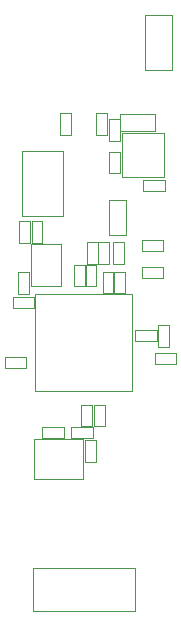
<source format=gbr>
G04 #@! TF.GenerationSoftware,KiCad,Pcbnew,(5.1.10)-1*
G04 #@! TF.CreationDate,2021-09-14T15:49:53+01:00*
G04 #@! TF.ProjectId,EnvOpenPico,456e764f-7065-46e5-9069-636f2e6b6963,REV1*
G04 #@! TF.SameCoordinates,Original*
G04 #@! TF.FileFunction,Other,User*
%FSLAX46Y46*%
G04 Gerber Fmt 4.6, Leading zero omitted, Abs format (unit mm)*
G04 Created by KiCad (PCBNEW (5.1.10)-1) date 2021-09-14 15:49:53*
%MOMM*%
%LPD*%
G01*
G04 APERTURE LIST*
%ADD10C,0.050000*%
G04 APERTURE END LIST*
D10*
X104864760Y-79393960D02*
X104864760Y-77533960D01*
X105804760Y-79393960D02*
X104864760Y-79393960D01*
X105804760Y-77533960D02*
X105804760Y-79393960D01*
X104864760Y-77533960D02*
X105804760Y-77533960D01*
X103914760Y-79393960D02*
X103914760Y-77533960D01*
X104854760Y-79393960D02*
X103914760Y-79393960D01*
X104854760Y-77533960D02*
X104854760Y-79393960D01*
X103914760Y-77533960D02*
X104854760Y-77533960D01*
X104440000Y-94085000D02*
X102620000Y-94085000D01*
X104440000Y-93165000D02*
X104440000Y-94085000D01*
X102620000Y-93165000D02*
X104440000Y-93165000D01*
X102620000Y-94085000D02*
X102620000Y-93165000D01*
X104690000Y-94285000D02*
X104690000Y-96105000D01*
X103770000Y-94285000D02*
X104690000Y-94285000D01*
X103770000Y-96105000D02*
X103770000Y-94285000D01*
X104690000Y-96105000D02*
X103770000Y-96105000D01*
X106710000Y-71660000D02*
X105790000Y-71660000D01*
X105790000Y-71660000D02*
X105790000Y-69840000D01*
X105790000Y-69840000D02*
X106710000Y-69840000D01*
X106710000Y-69840000D02*
X106710000Y-71660000D01*
X110480000Y-68235000D02*
X110480000Y-72035000D01*
X110480000Y-72035000D02*
X106880000Y-72035000D01*
X106880000Y-72035000D02*
X106880000Y-68235000D01*
X106880000Y-68235000D02*
X110480000Y-68235000D01*
X99070000Y-81885000D02*
X98150000Y-81885000D01*
X98150000Y-81885000D02*
X98150000Y-80065000D01*
X98150000Y-80065000D02*
X99070000Y-80065000D01*
X99070000Y-80065000D02*
X99070000Y-81885000D01*
X108880000Y-62945000D02*
X108880000Y-58245000D01*
X108880000Y-58245000D02*
X111180000Y-58245000D01*
X111180000Y-58245000D02*
X111180000Y-62945000D01*
X108880000Y-62945000D02*
X111180000Y-62945000D01*
X103650000Y-94150000D02*
X99450000Y-94150000D01*
X103650000Y-97550000D02*
X103650000Y-94150000D01*
X99450000Y-97550000D02*
X103650000Y-97550000D01*
X99450000Y-94150000D02*
X99450000Y-97550000D01*
X101985000Y-94085000D02*
X100165000Y-94085000D01*
X101985000Y-93165000D02*
X101985000Y-94085000D01*
X100165000Y-93165000D02*
X101985000Y-93165000D01*
X100165000Y-94085000D02*
X100165000Y-93165000D01*
X102620000Y-66595000D02*
X102620000Y-68455000D01*
X101680000Y-66595000D02*
X102620000Y-66595000D01*
X101680000Y-68455000D02*
X101680000Y-66595000D01*
X102620000Y-68455000D02*
X101680000Y-68455000D01*
X108600000Y-78251000D02*
X108600000Y-77331000D01*
X108600000Y-77331000D02*
X110420000Y-77331000D01*
X110420000Y-77331000D02*
X110420000Y-78251000D01*
X110420000Y-78251000D02*
X108600000Y-78251000D01*
X108600000Y-80537000D02*
X108600000Y-79617000D01*
X108600000Y-79617000D02*
X110420000Y-79617000D01*
X110420000Y-79617000D02*
X110420000Y-80537000D01*
X110420000Y-80537000D02*
X108600000Y-80537000D01*
X99250560Y-81248860D02*
X101750560Y-81248860D01*
X101750560Y-81248860D02*
X101750560Y-77648860D01*
X101750560Y-77648860D02*
X99250560Y-77648860D01*
X99250560Y-77648860D02*
X99250560Y-81248860D01*
X108709000Y-73145000D02*
X108709000Y-72225000D01*
X108709000Y-72225000D02*
X110529000Y-72225000D01*
X110529000Y-72225000D02*
X110529000Y-73145000D01*
X110529000Y-73145000D02*
X108709000Y-73145000D01*
X109730000Y-66685000D02*
X109730000Y-68145000D01*
X109730000Y-68145000D02*
X106770000Y-68145000D01*
X106770000Y-68145000D02*
X106770000Y-66685000D01*
X106770000Y-66685000D02*
X109730000Y-66685000D01*
X106151000Y-77462600D02*
X107091000Y-77462600D01*
X107091000Y-77462600D02*
X107091000Y-79322600D01*
X107091000Y-79322600D02*
X106151000Y-79322600D01*
X106151000Y-79322600D02*
X106151000Y-77462600D01*
X105790200Y-73917400D02*
X107250200Y-73917400D01*
X107250200Y-73917400D02*
X107250200Y-76877400D01*
X107250200Y-76877400D02*
X105790200Y-76877400D01*
X105790200Y-76877400D02*
X105790200Y-73917400D01*
X101890000Y-75275000D02*
X98490000Y-75275000D01*
X101890000Y-69775000D02*
X101890000Y-75275000D01*
X98490000Y-69775000D02*
X101890000Y-69775000D01*
X98490000Y-75275000D02*
X98490000Y-69775000D01*
X100180780Y-77577560D02*
X99260780Y-77577560D01*
X99260780Y-77577560D02*
X99260780Y-75757560D01*
X99260780Y-75757560D02*
X100180780Y-75757560D01*
X100180780Y-75757560D02*
X100180780Y-77577560D01*
X106720000Y-67085000D02*
X106720000Y-68945000D01*
X105780000Y-67085000D02*
X106720000Y-67085000D01*
X105780000Y-68945000D02*
X105780000Y-67085000D01*
X106720000Y-68945000D02*
X105780000Y-68945000D01*
X104752000Y-79430400D02*
X104752000Y-81250400D01*
X103832000Y-79430400D02*
X104752000Y-79430400D01*
X103832000Y-81250400D02*
X103832000Y-79430400D01*
X104752000Y-81250400D02*
X103832000Y-81250400D01*
X106192960Y-80006980D02*
X106192960Y-81826980D01*
X105272960Y-80006980D02*
X106192960Y-80006980D01*
X105272960Y-81826980D02*
X105272960Y-80006980D01*
X106192960Y-81826980D02*
X105272960Y-81826980D01*
X103761400Y-79430400D02*
X103761400Y-81250400D01*
X102841400Y-79430400D02*
X103761400Y-79430400D01*
X102841400Y-81250400D02*
X102841400Y-79430400D01*
X103761400Y-81250400D02*
X102841400Y-81250400D01*
X105620000Y-66595000D02*
X105620000Y-68455000D01*
X104680000Y-66595000D02*
X105620000Y-66595000D01*
X104680000Y-68455000D02*
X104680000Y-66595000D01*
X105620000Y-68455000D02*
X104680000Y-68455000D01*
X96980000Y-87265000D02*
X98800000Y-87265000D01*
X96980000Y-88185000D02*
X96980000Y-87265000D01*
X98800000Y-88185000D02*
X96980000Y-88185000D01*
X98800000Y-87265000D02*
X98800000Y-88185000D01*
X107186100Y-80004440D02*
X107186100Y-81824440D01*
X106266100Y-80004440D02*
X107186100Y-80004440D01*
X106266100Y-81824440D02*
X106266100Y-80004440D01*
X107186100Y-81824440D02*
X106266100Y-81824440D01*
X103451000Y-93085400D02*
X103451000Y-91265400D01*
X104371000Y-93085400D02*
X103451000Y-93085400D01*
X104371000Y-91265400D02*
X104371000Y-93085400D01*
X103451000Y-91265400D02*
X104371000Y-91265400D01*
X111520000Y-87835000D02*
X109700000Y-87835000D01*
X111520000Y-86915000D02*
X111520000Y-87835000D01*
X109700000Y-86915000D02*
X111520000Y-86915000D01*
X109700000Y-87835000D02*
X109700000Y-86915000D01*
X99147000Y-75760100D02*
X99147000Y-77580100D01*
X98227000Y-75760100D02*
X99147000Y-75760100D01*
X98227000Y-77580100D02*
X98227000Y-75760100D01*
X99147000Y-77580100D02*
X98227000Y-77580100D01*
X97690000Y-82190000D02*
X99510000Y-82190000D01*
X97690000Y-83110000D02*
X97690000Y-82190000D01*
X99510000Y-83110000D02*
X97690000Y-83110000D01*
X99510000Y-82190000D02*
X99510000Y-83110000D01*
X104540000Y-93085000D02*
X104540000Y-91265000D01*
X105460000Y-93085000D02*
X104540000Y-93085000D01*
X105460000Y-91265000D02*
X105460000Y-93085000D01*
X104540000Y-91265000D02*
X105460000Y-91265000D01*
X108030000Y-84955000D02*
X109890000Y-84955000D01*
X108030000Y-85895000D02*
X108030000Y-84955000D01*
X109890000Y-85895000D02*
X108030000Y-85895000D01*
X109890000Y-84955000D02*
X109890000Y-85895000D01*
X109970000Y-86355000D02*
X109970000Y-84495000D01*
X110910000Y-86355000D02*
X109970000Y-86355000D01*
X110910000Y-84495000D02*
X110910000Y-86355000D01*
X109970000Y-84495000D02*
X110910000Y-84495000D01*
X107760000Y-81905000D02*
X99520000Y-81905000D01*
X107760000Y-90145000D02*
X107760000Y-81905000D01*
X99520000Y-90145000D02*
X107760000Y-90145000D01*
X99520000Y-81905000D02*
X99520000Y-90145000D01*
X99350000Y-105125000D02*
X99350000Y-108725000D01*
X108000000Y-105125000D02*
X99350000Y-105125000D01*
X108000000Y-108725000D02*
X108000000Y-105125000D01*
X99350000Y-108725000D02*
X108000000Y-108725000D01*
M02*

</source>
